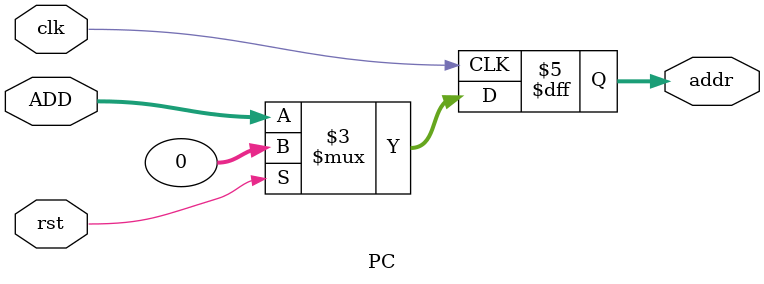
<source format=sv>
module PC(
    input logic clk,
    input logic rst,
    input logic [31:0]ADD,
    output logic [31:0]addr
);
always_ff @(posedge clk)begin
  if(rst)begin
    addr<=0;
  end
  else begin
      addr<=ADD;
      end
end
endmodule
</source>
